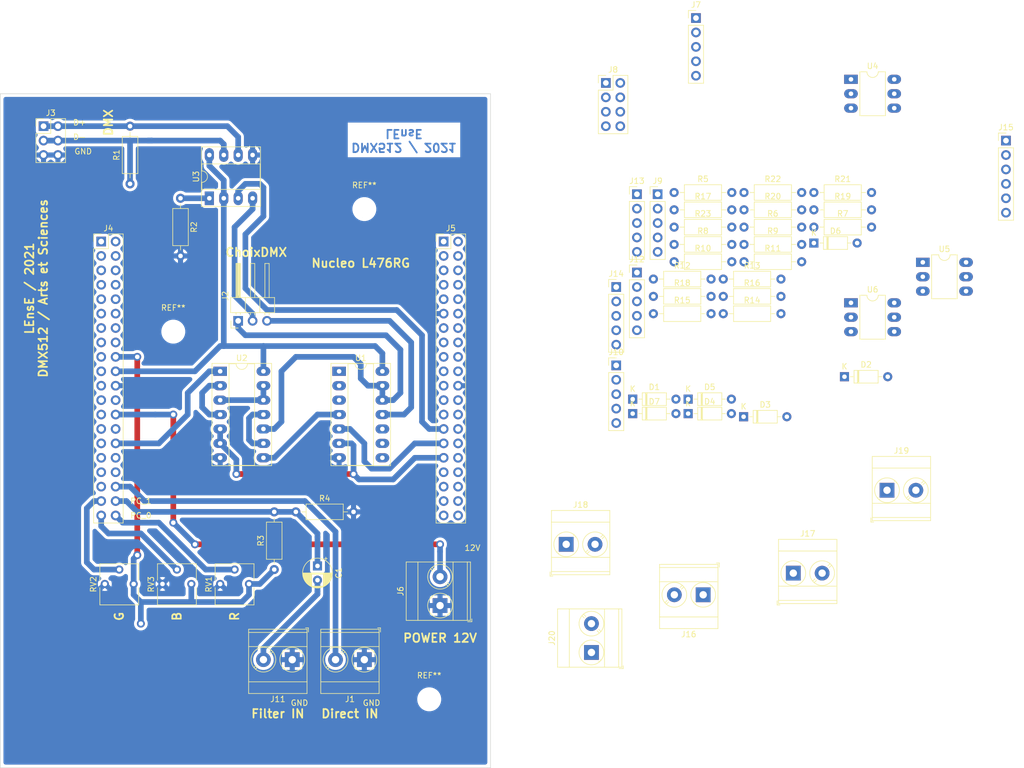
<source format=kicad_pcb>
(kicad_pcb (version 20171130) (host pcbnew "(5.0.1)-4")
  (layers (0 F.Cu signal) (31 B.Cu signal) (34 B.Paste user) (35 F.Paste user) (36 B.SilkS user) (37 F.SilkS user) (38 B.Mask user) (39 F.Mask user) (44 Edge.Cuts user))
  (net 0 "")
  (net 1 AnInB)
  (net 2 AnInG)
  (net 3 AnInR)
  (net 4 out_s)
  (net 5 start)
  (net 6 enable)
  (net 7 TX)
  (net 8 GND)
  (net 9 5V)
  (net 10 3.3V)
  (net 11 "Net-(J2-Pad3)")
  (net 12 DMX_TX)
  (net 13 "Net-(J2-Pad1)")
  (net 14 "Net-(J3-Pad3)")
  (net 15 "Net-(J3-Pad1)")
  (net 16 "Net-(R2-Pad1)")
  (net 17 notstart)
  (net 18 "Net-(U1-Pad4)")
  (net 19 "Net-(J4-Pad7)")
  (net 20 "Net-(J4-Pad8)")
  (net 21 "Net-(J4-Pad9)")
  (net 22 "Net-(J4-Pad10)")
  (net 23 "Net-(J4-Pad11)")
  (net 24 "Net-(J4-Pad12)")
  (net 25 "Net-(J4-Pad13)")
  (net 26 "Net-(J4-Pad14)")
  (net 27 "Net-(J4-Pad15)")
  (net 28 "Net-(J4-Pad16)")
  (net 29 "Net-(J4-Pad17)")
  (net 30 "Net-(J4-Pad19)")
  (net 31 "Net-(J4-Pad23)")
  (net 32 "Net-(J4-Pad25)")
  (net 33 "Net-(J4-Pad27)")
  (net 34 "Net-(J4-Pad28)")
  (net 35 "Net-(J4-Pad29)")
  (net 36 "Net-(J4-Pad32)")
  (net 37 "Net-(J4-Pad34)")
  (net 38 "Net-(J4-Pad35)")
  (net 39 "Net-(J5-Pad40)")
  (net 40 "Net-(J5-Pad39)")
  (net 41 "Net-(J5-Pad38)")
  (net 42 "Net-(J5-Pad37)")
  (net 43 "Net-(J5-Pad36)")
  (net 44 "Net-(J5-Pad34)")
  (net 45 "Net-(J5-Pad33)")
  (net 46 "Net-(J5-Pad23)")
  (net 47 "Net-(J5-Pad20)")
  (net 48 "Net-(J5-Pad19)")
  (net 49 "Net-(J5-Pad18)")
  (net 50 "Net-(J5-Pad16)")
  (net 51 "Net-(J5-Pad14)")
  (net 52 "Net-(J5-Pad12)")
  (net 53 "Net-(J5-Pad10)")
  (net 54 "Net-(J5-Pad9)")
  (net 55 "Net-(J5-Pad8)")
  (net 56 "Net-(J5-Pad7)")
  (net 57 "Net-(J5-Pad2)")
  (net 58 "Net-(J5-Pad1)")
  (net 59 Vinput)
  (net 60 "Net-(J5-Pad25)")
  (net 61 "Net-(U2-Pad11)")
  (net 62 "Net-(U2-Pad12)")
  (net 63 IRQ_nrF)
  (net 64 CE_nrF)
  (net 65 MOSI_nrF)
  (net 66 MISO_nrF)
  (net 67 SCK_nrF)
  (net 68 CSN_nrF)
  (net 69 "Net-(J5-Pad6)")
  (net 70 "Net-(J4-Pad21)")
  (net 71 "Net-(J4-Pad24)")
  (net 72 "Net-(J4-Pad1)")
  (net 73 "Net-(J4-Pad2)")
  (net 74 FilterIn_Adapt)
  (net 75 FilterIn)
  (net 76 "Net-(D1-Pad2)")
  (net 77 "Net-(D1-Pad1)")
  (net 78 "Net-(D2-Pad1)")
  (net 79 "Net-(D2-Pad2)")
  (net 80 DirectIn)
  (net 81 "Net-(D5-Pad1)")
  (net 82 "Net-(D5-Pad2)")
  (net 83 "Net-(J1-Pad2)")
  (net 84 MIDI2_OUT_TX)
  (net 85 MIDI2_IN_RX)
  (net 86 MIDI3_OUT_TX)
  (net 87 MIDI3_IN_RX)
  (net 88 "Net-(J4-Pad31)")
  (net 89 "Net-(J4-Pad33)")
  (net 90 MIDI1_IN_RX)
  (net 91 DIG_IN_1)
  (net 92 DIG_IN_2)
  (net 93 DIG_IN_3)
  (net 94 DIG_IN_4)
  (net 95 DIG_IN_5)
  (net 96 CS_SDCar)
  (net 97 "Net-(J7-Pad1)")
  (net 98 "Net-(J7-Pad2)")
  (net 99 "Net-(J9-Pad1)")
  (net 100 "Net-(J9-Pad2)")
  (net 101 "Net-(J9-Pad3)")
  (net 102 "Net-(J9-Pad5)")
  (net 103 "Net-(J10-Pad5)")
  (net 104 "Net-(J10-Pad3)")
  (net 105 "Net-(J10-Pad2)")
  (net 106 "Net-(J10-Pad1)")
  (net 107 "Net-(J11-Pad2)")
  (net 108 "Net-(J12-Pad1)")
  (net 109 "Net-(J12-Pad2)")
  (net 110 "Net-(J12-Pad4)")
  (net 111 "Net-(J12-Pad5)")
  (net 112 "Net-(J13-Pad5)")
  (net 113 "Net-(J13-Pad4)")
  (net 114 "Net-(J13-Pad2)")
  (net 115 "Net-(J13-Pad1)")
  (net 116 "Net-(J14-Pad1)")
  (net 117 "Net-(J14-Pad2)")
  (net 118 "Net-(J14-Pad4)")
  (net 119 "Net-(J14-Pad5)")
  (net 120 MIDI1_OUT_TX)
  (net 121 "Net-(U4-Pad3)")
  (net 122 "Net-(U4-Pad6)")
  (net 123 "Net-(U5-Pad3)")
  (net 124 "Net-(U5-Pad6)")
  (net 125 "Net-(U6-Pad6)")
  (net 126 "Net-(U6-Pad3)")
  (net 127 "Net-(J7-Pad3)")
  (net 128 "Net-(J7-Pad5)")
  (module Package_DIP:DIP-14_W7.62mm_Socket_LongPads (layer F.Cu) (at 132.08 85.725)
    (fp_text reference U1 (at 3.81 -2.33) (layer F.SilkS))
    (fp_text value 4011)
    (pad 14 thru_hole oval (at 7.62 0) (size 2.4 1.6) (drill 0.8) (layers *.Cu *.Mask) (net 9 5V))
    (pad 7 thru_hole oval (at 0 15.24) (size 2.4 1.6) (drill 0.8) (layers *.Cu *.Mask) (net 8 GND))
    (pad 13 thru_hole oval (at 7.62 2.54) (size 2.4 1.6) (drill 0.8) (layers *.Cu *.Mask) (net 13 "Net-(J2-Pad1)"))
    (pad 6 thru_hole oval (at 0 12.7) (size 2.4 1.6) (drill 0.8) (layers *.Cu *.Mask) (net 5 start))
    (pad 12 thru_hole oval (at 7.62 5.08) (size 2.4 1.6) (drill 0.8) (layers *.Cu *.Mask) (net 13 "Net-(J2-Pad1)"))
    (pad 5 thru_hole oval (at 0 10.16) (size 2.4 1.6) (drill 0.8) (layers *.Cu *.Mask) (net 4 out_s))
    (pad 11 thru_hole oval (at 7.62 7.62) (size 2.4 1.6) (drill 0.8) (layers *.Cu *.Mask) (net 11 "Net-(J2-Pad3)"))
    (pad 4 thru_hole oval (at 0 7.62) (size 2.4 1.6) (drill 0.8) (layers *.Cu *.Mask) (net 18 "Net-(U1-Pad4)"))
    (pad 10 thru_hole oval (at 7.62 10.16) (size 2.4 1.6) (drill 0.8) (layers *.Cu *.Mask))
    (pad 3 thru_hole oval (at 0 5.08) (size 2.4 1.6) (drill 0.8) (layers *.Cu *.Mask))
    (pad 9 thru_hole oval (at 7.62 12.7) (size 2.4 1.6) (drill 0.8) (layers *.Cu *.Mask))
    (pad 2 thru_hole oval (at 0 2.54) (size 2.4 1.6) (drill 0.8) (layers *.Cu *.Mask))
    (pad 8 thru_hole oval (at 7.62 15.24) (size 2.4 1.6) (drill 0.8) (layers *.Cu *.Mask))
    (pad 1 thru_hole rect (at 0 0) (size 2.4 1.6) (drill 0.8) (layers *.Cu *.Mask))
  )
  (module Connector_PinHeader_2.54mm:PinHeader_2x20_P2.54mm_Vertical (layer F.Cu) (at 90.17 62.865)
    (fp_text reference J4 (at 1.27 -2.33) (layer F.SilkS))
    (fp_text value MORPHO_G)
    (pad 1 thru_hole rect (at 0 0) (size 1.7 1.7) (drill 1) (layers *.Cu *.Mask) (net 72 "Net-(J4-Pad1)"))
    (pad 2 thru_hole oval (at 2.54 0) (size 1.7 1.7) (drill 1) (layers *.Cu *.Mask) (net 73 "Net-(J4-Pad2)"))
    (pad 3 thru_hole oval (at 0 2.54) (size 1.7 1.7) (drill 1) (layers *.Cu *.Mask) (net 84 MIDI2_OUT_TX))
    (pad 4 thru_hole oval (at 2.54 2.54) (size 1.7 1.7) (drill 1) (layers *.Cu *.Mask) (net 85 MIDI2_IN_RX))
    (pad 5 thru_hole oval (at 0 5.08) (size 1.7 1.7) (drill 1) (layers *.Cu *.Mask) (net 86 MIDI3_OUT_TX))
    (pad 6 thru_hole oval (at 2.54 5.08) (size 1.7 1.7) (drill 1) (layers *.Cu *.Mask) (net 87 MIDI3_IN_RX))
    (pad 7 thru_hole oval (at 0 7.62) (size 1.7 1.7) (drill 1) (layers *.Cu *.Mask) (net 19 "Net-(J4-Pad7)"))
    (pad 8 thru_hole oval (at 2.54 7.62) (size 1.7 1.7) (drill 1) (layers *.Cu *.Mask) (net 20 "Net-(J4-Pad8)"))
    (pad 9 thru_hole oval (at 0 10.16) (size 1.7 1.7) (drill 1) (layers *.Cu *.Mask) (net 21 "Net-(J4-Pad9)"))
    (pad 10 thru_hole oval (at 2.54 10.16) (size 1.7 1.7) (drill 1) (layers *.Cu *.Mask) (net 22 "Net-(J4-Pad10)"))
    (pad 11 thru_hole oval (at 0 12.7) (size 1.7 1.7) (drill 1) (layers *.Cu *.Mask) (net 23 "Net-(J4-Pad11)"))
    (pad 12 thru_hole oval (at 2.54 12.7) (size 1.7 1.7) (drill 1) (layers *.Cu *.Mask) (net 24 "Net-(J4-Pad12)"))
    (pad 13 thru_hole oval (at 0 15.24) (size 1.7 1.7) (drill 1) (layers *.Cu *.Mask) (net 25 "Net-(J4-Pad13)"))
    (pad 14 thru_hole oval (at 2.54 15.24) (size 1.7 1.7) (drill 1) (layers *.Cu *.Mask) (net 26 "Net-(J4-Pad14)"))
    (pad 15 thru_hole oval (at 0 17.78) (size 1.7 1.7) (drill 1) (layers *.Cu *.Mask) (net 27 "Net-(J4-Pad15)"))
    (pad 16 thru_hole oval (at 2.54 17.78) (size 1.7 1.7) (drill 1) (layers *.Cu *.Mask) (net 28 "Net-(J4-Pad16)"))
    (pad 17 thru_hole oval (at 0 20.32) (size 1.7 1.7) (drill 1) (layers *.Cu *.Mask) (net 29 "Net-(J4-Pad17)"))
    (pad 18 thru_hole oval (at 2.54 20.32) (size 1.7 1.7) (drill 1) (layers *.Cu *.Mask) (net 10 3.3V))
    (pad 19 thru_hole oval (at 0 22.86) (size 1.7 1.7) (drill 1) (layers *.Cu *.Mask) (net 30 "Net-(J4-Pad19)"))
    (pad 20 thru_hole oval (at 2.54 22.86) (size 1.7 1.7) (drill 1) (layers *.Cu *.Mask) (net 9 5V))
    (pad 21 thru_hole oval (at 0 25.4) (size 1.7 1.7) (drill 1) (layers *.Cu *.Mask) (net 70 "Net-(J4-Pad21)"))
    (pad 22 thru_hole oval (at 2.54 25.4) (size 1.7 1.7) (drill 1) (layers *.Cu *.Mask) (net 8 GND))
    (pad 23 thru_hole oval (at 0 27.94) (size 1.7 1.7) (drill 1) (layers *.Cu *.Mask) (net 31 "Net-(J4-Pad23)"))
    (pad 24 thru_hole oval (at 2.54 27.94) (size 1.7 1.7) (drill 1) (layers *.Cu *.Mask) (net 71 "Net-(J4-Pad24)"))
    (pad 25 thru_hole oval (at 0 30.48) (size 1.7 1.7) (drill 1) (layers *.Cu *.Mask) (net 32 "Net-(J4-Pad25)"))
    (pad 26 thru_hole oval (at 2.54 30.48) (size 1.7 1.7) (drill 1) (layers *.Cu *.Mask) (net 59 Vinput))
    (pad 27 thru_hole oval (at 0 33.02) (size 1.7 1.7) (drill 1) (layers *.Cu *.Mask) (net 33 "Net-(J4-Pad27)"))
    (pad 28 thru_hole oval (at 2.54 33.02) (size 1.7 1.7) (drill 1) (layers *.Cu *.Mask) (net 34 "Net-(J4-Pad28)"))
    (pad 29 thru_hole oval (at 0 35.56) (size 1.7 1.7) (drill 1) (layers *.Cu *.Mask) (net 35 "Net-(J4-Pad29)"))
    (pad 30 thru_hole oval (at 2.54 35.56) (size 1.7 1.7) (drill 1) (layers *.Cu *.Mask) (net 7 TX))
    (pad 31 thru_hole oval (at 0 38.1) (size 1.7 1.7) (drill 1) (layers *.Cu *.Mask) (net 88 "Net-(J4-Pad31)"))
    (pad 32 thru_hole oval (at 2.54 38.1) (size 1.7 1.7) (drill 1) (layers *.Cu *.Mask) (net 36 "Net-(J4-Pad32)"))
    (pad 33 thru_hole oval (at 0 40.64) (size 1.7 1.7) (drill 1) (layers *.Cu *.Mask) (net 89 "Net-(J4-Pad33)"))
    (pad 34 thru_hole oval (at 2.54 40.64) (size 1.7 1.7) (drill 1) (layers *.Cu *.Mask) (net 37 "Net-(J4-Pad34)"))
    (pad 35 thru_hole oval (at 0 43.18) (size 1.7 1.7) (drill 1) (layers *.Cu *.Mask) (net 38 "Net-(J4-Pad35)"))
    (pad 36 thru_hole oval (at 2.54 43.18) (size 1.7 1.7) (drill 1) (layers *.Cu *.Mask) (net 80 DirectIn))
    (pad 37 thru_hole oval (at 0 45.72) (size 1.7 1.7) (drill 1) (layers *.Cu *.Mask) (net 2 AnInG))
    (pad 38 thru_hole oval (at 2.54 45.72) (size 1.7 1.7) (drill 1) (layers *.Cu *.Mask) (net 74 FilterIn_Adapt))
    (pad 39 thru_hole oval (at 0 48.26) (size 1.7 1.7) (drill 1) (layers *.Cu *.Mask) (net 1 AnInB))
    (pad 40 thru_hole oval (at 2.54 48.26) (size 1.7 1.7) (drill 1) (layers *.Cu *.Mask) (net 3 AnInR))
  )
  (module Connector_PinHeader_2.54mm:PinHeader_2x20_P2.54mm_Vertical (layer F.Cu) (at 150.495 62.865)
    (fp_text reference J5 (at 1.27 -2.33) (layer F.SilkS))
    (fp_text value MORPHO_D)
    (pad 40 thru_hole oval (at 2.54 48.26) (size 1.7 1.7) (drill 1) (layers *.Cu *.Mask) (net 39 "Net-(J5-Pad40)"))
    (pad 39 thru_hole oval (at 0 48.26) (size 1.7 1.7) (drill 1) (layers *.Cu *.Mask) (net 40 "Net-(J5-Pad39)"))
    (pad 38 thru_hole oval (at 2.54 45.72) (size 1.7 1.7) (drill 1) (layers *.Cu *.Mask) (net 41 "Net-(J5-Pad38)"))
    (pad 37 thru_hole oval (at 0 45.72) (size 1.7 1.7) (drill 1) (layers *.Cu *.Mask) (net 42 "Net-(J5-Pad37)"))
    (pad 36 thru_hole oval (at 2.54 43.18) (size 1.7 1.7) (drill 1) (layers *.Cu *.Mask) (net 43 "Net-(J5-Pad36)"))
    (pad 35 thru_hole oval (at 0 43.18) (size 1.7 1.7) (drill 1) (layers *.Cu *.Mask) (net 90 MIDI1_IN_RX))
    (pad 34 thru_hole oval (at 2.54 40.64) (size 1.7 1.7) (drill 1) (layers *.Cu *.Mask) (net 44 "Net-(J5-Pad34)"))
    (pad 33 thru_hole oval (at 0 40.64) (size 1.7 1.7) (drill 1) (layers *.Cu *.Mask) (net 45 "Net-(J5-Pad33)"))
    (pad 32 thru_hole oval (at 2.54 38.1) (size 1.7 1.7) (drill 1) (layers *.Cu *.Mask) (net 91 DIG_IN_1))
    (pad 31 thru_hole oval (at 0 38.1) (size 1.7 1.7) (drill 1) (layers *.Cu *.Mask) (net 5 start))
    (pad 30 thru_hole oval (at 2.54 35.56) (size 1.7 1.7) (drill 1) (layers *.Cu *.Mask) (net 92 DIG_IN_2))
    (pad 29 thru_hole oval (at 0 35.56) (size 1.7 1.7) (drill 1) (layers *.Cu *.Mask) (net 4 out_s))
    (pad 28 thru_hole oval (at 2.54 33.02) (size 1.7 1.7) (drill 1) (layers *.Cu *.Mask) (net 93 DIG_IN_3))
    (pad 27 thru_hole oval (at 0 33.02) (size 1.7 1.7) (drill 1) (layers *.Cu *.Mask) (net 6 enable))
    (pad 26 thru_hole oval (at 2.54 30.48) (size 1.7 1.7) (drill 1) (layers *.Cu *.Mask) (net 94 DIG_IN_4))
    (pad 25 thru_hole oval (at 0 30.48) (size 1.7 1.7) (drill 1) (layers *.Cu *.Mask) (net 60 "Net-(J5-Pad25)"))
    (pad 24 thru_hole oval (at 2.54 27.94) (size 1.7 1.7) (drill 1) (layers *.Cu *.Mask) (net 95 DIG_IN_5))
    (pad 23 thru_hole oval (at 0 27.94) (size 1.7 1.7) (drill 1) (layers *.Cu *.Mask) (net 46 "Net-(J5-Pad23)"))
    (pad 22 thru_hole oval (at 2.54 25.4) (size 1.7 1.7) (drill 1) (layers *.Cu *.Mask) (net 8 GND))
    (pad 21 thru_hole oval (at 0 25.4) (size 1.7 1.7) (drill 1) (layers *.Cu *.Mask) (net 63 IRQ_nrF))
    (pad 20 thru_hole oval (at 2.54 22.86) (size 1.7 1.7) (drill 1) (layers *.Cu *.Mask) (net 47 "Net-(J5-Pad20)"))
    (pad 19 thru_hole oval (at 0 22.86) (size 1.7 1.7) (drill 1) (layers *.Cu *.Mask) (net 48 "Net-(J5-Pad19)"))
    (pad 18 thru_hole oval (at 2.54 20.32) (size 1.7 1.7) (drill 1) (layers *.Cu *.Mask) (net 49 "Net-(J5-Pad18)"))
    (pad 17 thru_hole oval (at 0 20.32) (size 1.7 1.7) (drill 1) (layers *.Cu *.Mask) (net 65 MOSI_nrF))
    (pad 16 thru_hole oval (at 2.54 17.78) (size 1.7 1.7) (drill 1) (layers *.Cu *.Mask) (net 50 "Net-(J5-Pad16)"))
    (pad 15 thru_hole oval (at 0 17.78) (size 1.7 1.7) (drill 1) (layers *.Cu *.Mask) (net 66 MISO_nrF))
    (pad 14 thru_hole oval (at 2.54 15.24) (size 1.7 1.7) (drill 1) (layers *.Cu *.Mask) (net 51 "Net-(J5-Pad14)"))
    (pad 13 thru_hole oval (at 0 15.24) (size 1.7 1.7) (drill 1) (layers *.Cu *.Mask) (net 67 SCK_nrF))
    (pad 12 thru_hole oval (at 2.54 12.7) (size 1.7 1.7) (drill 1) (layers *.Cu *.Mask) (net 52 "Net-(J5-Pad12)"))
    (pad 11 thru_hole oval (at 0 12.7) (size 1.7 1.7) (drill 1) (layers *.Cu *.Mask) (net 8 GND))
    (pad 10 thru_hole oval (at 2.54 10.16) (size 1.7 1.7) (drill 1) (layers *.Cu *.Mask) (net 53 "Net-(J5-Pad10)"))
    (pad 9 thru_hole oval (at 0 10.16) (size 1.7 1.7) (drill 1) (layers *.Cu *.Mask) (net 54 "Net-(J5-Pad9)"))
    (pad 8 thru_hole oval (at 2.54 7.62) (size 1.7 1.7) (drill 1) (layers *.Cu *.Mask) (net 55 "Net-(J5-Pad8)"))
    (pad 7 thru_hole oval (at 0 7.62) (size 1.7 1.7) (drill 1) (layers *.Cu *.Mask) (net 56 "Net-(J5-Pad7)"))
    (pad 6 thru_hole oval (at 2.54 5.08) (size 1.7 1.7) (drill 1) (layers *.Cu *.Mask) (net 69 "Net-(J5-Pad6)"))
    (pad 5 thru_hole oval (at 0 5.08) (size 1.7 1.7) (drill 1) (layers *.Cu *.Mask) (net 96 CS_SDCar))
    (pad 4 thru_hole oval (at 2.54 2.54) (size 1.7 1.7) (drill 1) (layers *.Cu *.Mask) (net 68 CSN_nrF))
    (pad 3 thru_hole oval (at 0 2.54) (size 1.7 1.7) (drill 1) (layers *.Cu *.Mask) (net 64 CE_nrF))
    (pad 2 thru_hole oval (at 2.54 0) (size 1.7 1.7) (drill 1) (layers *.Cu *.Mask) (net 57 "Net-(J5-Pad2)"))
    (pad 1 thru_hole rect (at 0 0) (size 1.7 1.7) (drill 1) (layers *.Cu *.Mask) (net 58 "Net-(J5-Pad1)"))
  )
  (module Connector_PinHeader_2.54mm:PinHeader_2x03_P2.54mm_Vertical (layer F.Cu) (at 80.01 42.545)
    (fp_text reference J3 (at 1.27 -2.33) (layer F.SilkS))
    (fp_text value To_Dmx)
    (pad 1 thru_hole rect (at 0 0) (size 1.7 1.7) (drill 1) (layers *.Cu *.Mask) (net 15 "Net-(J3-Pad1)"))
    (pad 2 thru_hole oval (at 2.54 0) (size 1.7 1.7) (drill 1) (layers *.Cu *.Mask) (net 15 "Net-(J3-Pad1)"))
    (pad 3 thru_hole oval (at 0 2.54) (size 1.7 1.7) (drill 1) (layers *.Cu *.Mask) (net 14 "Net-(J3-Pad3)"))
    (pad 4 thru_hole oval (at 2.54 2.54) (size 1.7 1.7) (drill 1) (layers *.Cu *.Mask) (net 14 "Net-(J3-Pad3)"))
    (pad 5 thru_hole oval (at 0 5.08) (size 1.7 1.7) (drill 1) (layers *.Cu *.Mask) (net 8 GND))
    (pad 6 thru_hole oval (at 2.54 5.08) (size 1.7 1.7) (drill 1) (layers *.Cu *.Mask) (net 8 GND))
  )
  (module Potentiometer_THT:Potentiometer_Vishay_T73YP_Vertical (layer F.Cu) (at 116.205 123.19 90)
    (fp_text reference RV1 (at -0.06 -7.09 90) (layer F.SilkS))
    (fp_text value PotR)
    (pad 1 thru_hole circle (at 0 0 90) (size 1.44 1.44) (drill 0.8) (layers *.Cu *.Mask) (net 10 3.3V))
    (pad 2 thru_hole circle (at 2.54 -2.54 90) (size 1.44 1.44) (drill 0.8) (layers *.Cu *.Mask) (net 3 AnInR))
    (pad 3 thru_hole circle (at 0 -5.08 90) (size 1.44 1.44) (drill 0.8) (layers *.Cu *.Mask) (net 8 GND))
  )
  (module Potentiometer_THT:Potentiometer_Vishay_T73YP_Vertical (layer F.Cu) (at 95.885 123.19 90)
    (fp_text reference RV2 (at -0.06 -7.09 90) (layer F.SilkS))
    (fp_text value PotG)
    (pad 3 thru_hole circle (at 0 -5.08 90) (size 1.44 1.44) (drill 0.8) (layers *.Cu *.Mask) (net 8 GND))
    (pad 2 thru_hole circle (at 2.54 -2.54 90) (size 1.44 1.44) (drill 0.8) (layers *.Cu *.Mask) (net 2 AnInG))
    (pad 1 thru_hole circle (at 0 0 90) (size 1.44 1.44) (drill 0.8) (layers *.Cu *.Mask) (net 10 3.3V))
  )
  (module Potentiometer_THT:Potentiometer_Vishay_T73YP_Vertical (layer F.Cu) (at 106.045 123.19 90)
    (fp_text reference RV3 (at -0.06 -7.09 90) (layer F.SilkS))
    (fp_text value PotB)
    (pad 3 thru_hole circle (at 0 -5.08 90) (size 1.44 1.44) (drill 0.8) (layers *.Cu *.Mask) (net 8 GND))
    (pad 2 thru_hole circle (at 2.54 -2.54 90) (size 1.44 1.44) (drill 0.8) (layers *.Cu *.Mask) (net 1 AnInB))
    (pad 1 thru_hole circle (at 0 0 90) (size 1.44 1.44) (drill 0.8) (layers *.Cu *.Mask) (net 10 3.3V))
  )
  (module Package_DIP:DIP-8_W7.62mm_Socket_LongPads (layer F.Cu) (at 109.22 55.245 90)
    (fp_text reference U3 (at 3.81 -2.33 90) (layer F.SilkS))
    (fp_text value MAX485)
    (pad 1 thru_hole rect (at 0 0 90) (size 2.4 1.6) (drill 0.8) (layers *.Cu *.Mask) (net 16 "Net-(R2-Pad1)"))
    (pad 5 thru_hole oval (at 7.62 7.62 90) (size 2.4 1.6) (drill 0.8) (layers *.Cu *.Mask) (net 8 GND))
    (pad 2 thru_hole oval (at 0 2.54 90) (size 2.4 1.6) (drill 0.8) (layers *.Cu *.Mask) (net 9 5V))
    (pad 6 thru_hole oval (at 7.62 5.08 90) (size 2.4 1.6) (drill 0.8) (layers *.Cu *.Mask) (net 15 "Net-(J3-Pad1)"))
    (pad 3 thru_hole oval (at 0 5.08 90) (size 2.4 1.6) (drill 0.8) (layers *.Cu *.Mask) (net 6 enable))
    (pad 7 thru_hole oval (at 7.62 2.54 90) (size 2.4 1.6) (drill 0.8) (layers *.Cu *.Mask) (net 14 "Net-(J3-Pad3)"))
    (pad 4 thru_hole oval (at 0 7.62 90) (size 2.4 1.6) (drill 0.8) (layers *.Cu *.Mask) (net 12 DMX_TX))
    (pad 8 thru_hole oval (at 7.62 0 90) (size 2.4 1.6) (drill 0.8) (layers *.Cu *.Mask) (net 9 5V))
  )
  (module Connector_PinHeader_2.54mm:PinHeader_1x03_P2.54mm_Horizontal (layer F.Cu) (at 114.3 76.835 90)
    (fp_text reference J2 (at 4.385 -2.27 90) (layer F.SilkS))
    (fp_text value ChoixDMX)
    (pad 1 thru_hole rect (at 0 0 90) (size 1.7 1.7) (drill 1) (layers *.Cu *.Mask) (net 13 "Net-(J2-Pad1)"))
    (pad 2 thru_hole oval (at 0 2.54 90) (size 1.7 1.7) (drill 1) (layers *.Cu *.Mask) (net 12 DMX_TX))
    (pad 3 thru_hole oval (at 0 5.08 90) (size 1.7 1.7) (drill 1) (layers *.Cu *.Mask) (net 11 "Net-(J2-Pad3)"))
  )
  (module Package_DIP:DIP-14_W7.62mm_Socket_LongPads (layer F.Cu) (at 111.125 85.725)
    (fp_text reference U2 (at 3.81 -2.33) (layer F.SilkS))
    (fp_text value 4011)
    (pad 1 thru_hole rect (at 0 0) (size 2.4 1.6) (drill 0.8) (layers *.Cu *.Mask) (net 7 TX))
    (pad 8 thru_hole oval (at 7.62 15.24) (size 2.4 1.6) (drill 0.8) (layers *.Cu *.Mask) (net 18 "Net-(U1-Pad4)"))
    (pad 2 thru_hole oval (at 0 2.54) (size 2.4 1.6) (drill 0.8) (layers *.Cu *.Mask) (net 17 notstart))
    (pad 9 thru_hole oval (at 7.62 12.7) (size 2.4 1.6) (drill 0.8) (layers *.Cu *.Mask) (net 61 "Net-(U2-Pad11)"))
    (pad 3 thru_hole oval (at 0 5.08) (size 2.4 1.6) (drill 0.8) (layers *.Cu *.Mask) (net 62 "Net-(U2-Pad12)"))
    (pad 10 thru_hole oval (at 7.62 10.16) (size 2.4 1.6) (drill 0.8) (layers *.Cu *.Mask) (net 13 "Net-(J2-Pad1)"))
    (pad 4 thru_hole oval (at 0 7.62) (size 2.4 1.6) (drill 0.8) (layers *.Cu *.Mask) (net 17 notstart))
    (pad 11 thru_hole oval (at 7.62 7.62) (size 2.4 1.6) (drill 0.8) (layers *.Cu *.Mask) (net 61 "Net-(U2-Pad11)"))
    (pad 5 thru_hole oval (at 0 10.16) (size 2.4 1.6) (drill 0.8) (layers *.Cu *.Mask) (net 5 start))
    (pad 12 thru_hole oval (at 7.62 5.08) (size 2.4 1.6) (drill 0.8) (layers *.Cu *.Mask) (net 62 "Net-(U2-Pad12)"))
    (pad 6 thru_hole oval (at 0 12.7) (size 2.4 1.6) (drill 0.8) (layers *.Cu *.Mask) (net 5 start))
    (pad 13 thru_hole oval (at 7.62 2.54) (size 2.4 1.6) (drill 0.8) (layers *.Cu *.Mask) (net 62 "Net-(U2-Pad12)"))
    (pad 7 thru_hole oval (at 0 15.24) (size 2.4 1.6) (drill 0.8) (layers *.Cu *.Mask) (net 8 GND))
    (pad 14 thru_hole oval (at 7.62 0) (size 2.4 1.6) (drill 0.8) (layers *.Cu *.Mask) (net 9 5V))
  )
  (module Resistor_THT:R_Axial_DIN0207_L6.3mm_D2.5mm_P10.16mm_Horizontal (layer F.Cu) (at 120.65 120.65 90)
    (fp_text reference R3 (at 5.08 -2.37 90) (layer F.SilkS))
    (fp_text value 10k)
    (pad 2 thru_hole oval (at 10.16 0 90) (size 1.6 1.6) (drill 0.8) (layers *.Cu *.Mask) (net 74 FilterIn_Adapt))
    (pad 1 thru_hole circle (at 0 0 90) (size 1.6 1.6) (drill 0.8) (layers *.Cu *.Mask) (net 10 3.3V))
  )
  (module Resistor_THT:R_Axial_DIN0207_L6.3mm_D2.5mm_P10.16mm_Horizontal (layer F.Cu) (at 124.46 110.49)
    (fp_text reference R4 (at 5.08 -2.37 180) (layer F.SilkS))
    (fp_text value 10k)
    (pad 1 thru_hole circle (at 0 0) (size 1.6 1.6) (drill 0.8) (layers *.Cu *.Mask) (net 74 FilterIn_Adapt))
    (pad 2 thru_hole oval (at 10.16 0) (size 1.6 1.6) (drill 0.8) (layers *.Cu *.Mask) (net 8 GND))
  )
  (module Capacitor_THT:CP_Radial_D5.0mm_P2.50mm (layer F.Cu) (at 128.27 120.015 270)
    (fp_text reference C1 (at 1.25 -3.75 270) (layer F.SilkS))
    (fp_text value 10uF)
    (pad 1 thru_hole rect (at 0 0 270) (size 1.6 1.6) (drill 0.8) (layers *.Cu *.Mask) (net 74 FilterIn_Adapt))
    (pad 2 thru_hole circle (at 2.5 0 270) (size 1.6 1.6) (drill 0.8) (layers *.Cu *.Mask) (net 75 FilterIn))
  )
  (module MountingHole:MountingHole_3.2mm_M3 (layer F.Cu) (at 136.525 57.15)
    (fp_text reference REF** (at 0 -4.2) (layer F.SilkS))
    (fp_text value MountingHole_3.2mm_M3)
    (pad 1 np_thru_hole circle (at 0 0) (size 3.2 3.2) (drill 3.2) (layers *.Cu *.Mask))
  )
  (module MountingHole:MountingHole_3.2mm_M3 (layer F.Cu) (at 147.955 143.51)
    (fp_text reference REF** (at 0 -4.2) (layer F.SilkS))
    (fp_text value MountingHole_3.2mm_M3)
    (pad 1 np_thru_hole circle (at 0 0) (size 3.2 3.2) (drill 3.2) (layers *.Cu *.Mask))
  )
  (module MountingHole:MountingHole_3.2mm_M3 (layer F.Cu) (at 102.87 78.74)
    (fp_text reference REF** (at 0 -4.2) (layer F.SilkS))
    (fp_text value MountingHole_3.2mm_M3)
    (pad 1 np_thru_hole circle (at 0 0) (size 3.2 3.2) (drill 3.2) (layers *.Cu *.Mask))
  )
  (module Resistor_THT:R_Axial_DIN0207_L6.3mm_D2.5mm_P10.16mm_Horizontal (layer F.Cu) (at 95.25 52.705 90)
    (fp_text reference R1 (at 5.08 -2.37 90) (layer F.SilkS))
    (fp_text value 120)
    (pad 2 thru_hole oval (at 10.16 0 90) (size 1.6 1.6) (drill 0.8) (layers *.Cu *.Mask) (net 15 "Net-(J3-Pad1)"))
    (pad 1 thru_hole circle (at 0 0 90) (size 1.6 1.6) (drill 0.8) (layers *.Cu *.Mask) (net 14 "Net-(J3-Pad3)"))
  )
  (module Resistor_THT:R_Axial_DIN0207_L6.3mm_D2.5mm_P10.16mm_Horizontal (layer F.Cu) (at 104.14 55.245 270)
    (fp_text reference R2 (at 5.08 -2.37 90) (layer F.SilkS))
    (fp_text value 120)
    (pad 1 thru_hole circle (at 0 0 270) (size 1.6 1.6) (drill 0.8) (layers *.Cu *.Mask) (net 16 "Net-(R2-Pad1)"))
    (pad 2 thru_hole oval (at 10.16 0 270) (size 1.6 1.6) (drill 0.8) (layers *.Cu *.Mask) (net 8 GND))
  )
  (module Diode_THT:D_DO-35_SOD27_P7.62mm_Horizontal (layer F.Cu) (at 183.795001 90.630001)
    (fp_text reference D1 (at 3.81 -2.12) (layer F.SilkS))
    (fp_text value 1N4148)
    (fp_text user K (at 0 -1.8) (layer F.SilkS))
    (pad 2 thru_hole oval (at 7.62 0) (size 1.6 1.6) (drill 0.8) (layers *.Cu *.Mask) (net 76 "Net-(D1-Pad2)"))
    (pad 1 thru_hole rect (at 0 0) (size 1.6 1.6) (drill 0.8) (layers *.Cu *.Mask) (net 77 "Net-(D1-Pad1)"))
  )
  (module Diode_THT:D_DO-35_SOD27_P7.62mm_Horizontal (layer F.Cu) (at 221.105001 86.680001)
    (fp_text reference D2 (at 3.81 -2.12) (layer F.SilkS))
    (fp_text value 1N4148)
    (fp_text user K (at 0 -1.8) (layer F.SilkS))
    (pad 1 thru_hole rect (at 0 0) (size 1.6 1.6) (drill 0.8) (layers *.Cu *.Mask) (net 78 "Net-(D2-Pad1)"))
    (pad 2 thru_hole oval (at 7.62 0) (size 1.6 1.6) (drill 0.8) (layers *.Cu *.Mask) (net 79 "Net-(D2-Pad2)"))
  )
  (module Diode_THT:D_DO-35_SOD27_P7.62mm_Horizontal (layer F.Cu) (at 203.335001 93.730001)
    (fp_text reference D3 (at 3.81 -2.12) (layer F.SilkS))
    (fp_text value 1N4148)
    (fp_text user K (at 0 -1.8) (layer F.SilkS))
    (pad 2 thru_hole oval (at 7.62 0) (size 1.6 1.6) (drill 0.8) (layers *.Cu *.Mask) (net 80 DirectIn))
    (pad 1 thru_hole rect (at 0 0) (size 1.6 1.6) (drill 0.8) (layers *.Cu *.Mask) (net 10 3.3V))
  )
  (module Diode_THT:D_DO-35_SOD27_P7.62mm_Horizontal (layer F.Cu) (at 193.565001 93.180001)
    (fp_text reference D4 (at 3.81 -2.12) (layer F.SilkS))
    (fp_text value 1N4148)
    (fp_text user K (at 0 -1.8) (layer F.SilkS))
    (pad 1 thru_hole rect (at 0 0) (size 1.6 1.6) (drill 0.8) (layers *.Cu *.Mask) (net 80 DirectIn))
    (pad 2 thru_hole oval (at 7.62 0) (size 1.6 1.6) (drill 0.8) (layers *.Cu *.Mask) (net 8 GND))
  )
  (module Diode_THT:D_DO-35_SOD27_P7.62mm_Horizontal (layer F.Cu) (at 193.565001 90.630001)
    (fp_text reference D5 (at 3.81 -2.12) (layer F.SilkS))
    (fp_text value 1N4148)
    (fp_text user K (at 0 -1.8) (layer F.SilkS))
    (pad 1 thru_hole rect (at 0 0) (size 1.6 1.6) (drill 0.8) (layers *.Cu *.Mask) (net 81 "Net-(D5-Pad1)"))
    (pad 2 thru_hole oval (at 7.62 0) (size 1.6 1.6) (drill 0.8) (layers *.Cu *.Mask) (net 82 "Net-(D5-Pad2)"))
  )
  (module Diode_THT:D_DO-35_SOD27_P7.62mm_Horizontal (layer F.Cu) (at 215.715001 63.130001)
    (fp_text reference D6 (at 3.81 -2.12) (layer F.SilkS))
    (fp_text value 1N4148)
    (fp_text user K (at 0 -1.8) (layer F.SilkS))
    (pad 2 thru_hole oval (at 7.62 0) (size 1.6 1.6) (drill 0.8) (layers *.Cu *.Mask) (net 75 FilterIn))
    (pad 1 thru_hole rect (at 0 0) (size 1.6 1.6) (drill 0.8) (layers *.Cu *.Mask) (net 10 3.3V))
  )
  (module Diode_THT:D_DO-35_SOD27_P7.62mm_Horizontal (layer F.Cu) (at 183.795001 93.180001)
    (fp_text reference D7 (at 3.81 -2.12) (layer F.SilkS))
    (fp_text value 1N4148)
    (fp_text user K (at 0 -1.8) (layer F.SilkS))
    (pad 1 thru_hole rect (at 0 0) (size 1.6 1.6) (drill 0.8) (layers *.Cu *.Mask) (net 75 FilterIn))
    (pad 2 thru_hole oval (at 7.62 0) (size 1.6 1.6) (drill 0.8) (layers *.Cu *.Mask) (net 8 GND))
  )
  (module Connector_PinHeader_2.54mm:PinHeader_2x04_P2.54mm_Vertical (layer F.Cu) (at 179.07 34.925)
    (fp_text reference J8 (at 1.27 -2.33) (layer F.SilkS))
    (fp_text value Conn_02x04_Odd_Even)
    (pad 1 thru_hole rect (at 0 0) (size 1.7 1.7) (drill 1) (layers *.Cu *.Mask) (net 8 GND))
    (pad 2 thru_hole oval (at 2.54 0) (size 1.7 1.7) (drill 1) (layers *.Cu *.Mask) (net 10 3.3V))
    (pad 3 thru_hole oval (at 0 2.54) (size 1.7 1.7) (drill 1) (layers *.Cu *.Mask) (net 64 CE_nrF))
    (pad 4 thru_hole oval (at 2.54 2.54) (size 1.7 1.7) (drill 1) (layers *.Cu *.Mask) (net 68 CSN_nrF))
    (pad 5 thru_hole oval (at 0 5.08) (size 1.7 1.7) (drill 1) (layers *.Cu *.Mask) (net 67 SCK_nrF))
    (pad 6 thru_hole oval (at 2.54 5.08) (size 1.7 1.7) (drill 1) (layers *.Cu *.Mask) (net 65 MOSI_nrF))
    (pad 7 thru_hole oval (at 0 7.62) (size 1.7 1.7) (drill 1) (layers *.Cu *.Mask) (net 66 MISO_nrF))
    (pad 8 thru_hole oval (at 2.54 7.62) (size 1.7 1.7) (drill 1) (layers *.Cu *.Mask) (net 63 IRQ_nrF))
  )
  (module Connector_PinHeader_2.54mm:PinHeader_1x05_P2.54mm_Vertical (layer F.Cu) (at 188.195001 54.530001)
    (fp_text reference J9 (at 0 -2.33) (layer F.SilkS))
    (fp_text value DIN-5)
    (pad 1 thru_hole rect (at 0 0) (size 1.7 1.7) (drill 1) (layers *.Cu *.Mask) (net 99 "Net-(J9-Pad1)"))
    (pad 2 thru_hole oval (at 0 2.54) (size 1.7 1.7) (drill 1) (layers *.Cu *.Mask) (net 100 "Net-(J9-Pad2)"))
    (pad 3 thru_hole oval (at 0 5.08) (size 1.7 1.7) (drill 1) (layers *.Cu *.Mask) (net 101 "Net-(J9-Pad3)"))
    (pad 4 thru_hole oval (at 0 7.62) (size 1.7 1.7) (drill 1) (layers *.Cu *.Mask) (net 79 "Net-(D2-Pad2)"))
    (pad 5 thru_hole oval (at 0 10.16) (size 1.7 1.7) (drill 1) (layers *.Cu *.Mask) (net 102 "Net-(J9-Pad5)"))
  )
  (module Connector_PinHeader_2.54mm:PinHeader_1x05_P2.54mm_Vertical (layer F.Cu) (at 180.895001 84.680001)
    (fp_text reference J10 (at 0 -2.33) (layer F.SilkS))
    (fp_text value DIN-5)
    (pad 5 thru_hole oval (at 0 10.16) (size 1.7 1.7) (drill 1) (layers *.Cu *.Mask) (net 103 "Net-(J10-Pad5)"))
    (pad 4 thru_hole oval (at 0 7.62) (size 1.7 1.7) (drill 1) (layers *.Cu *.Mask) (net 82 "Net-(D5-Pad2)"))
    (pad 3 thru_hole oval (at 0 5.08) (size 1.7 1.7) (drill 1) (layers *.Cu *.Mask) (net 104 "Net-(J10-Pad3)"))
    (pad 2 thru_hole oval (at 0 2.54) (size 1.7 1.7) (drill 1) (layers *.Cu *.Mask) (net 105 "Net-(J10-Pad2)"))
    (pad 1 thru_hole rect (at 0 0) (size 1.7 1.7) (drill 1) (layers *.Cu *.Mask) (net 106 "Net-(J10-Pad1)"))
  )
  (module TerminalBlock_Phoenix:TerminalBlock_Phoenix_MKDS-3-2-5.08_1x02_P5.08mm_Horizontal (layer F.Cu) (at 123.825 136.525 180)
    (fp_text reference J11 (at 2.54 -6.96 180) (layer F.SilkS))
    (fp_text value FilterIn)
    (pad 2 thru_hole circle (at 5.08 0 180) (size 2.6 2.6) (drill 1.3) (layers *.Cu *.Mask) (net 107 "Net-(J11-Pad2)"))
    (pad 1 thru_hole rect (at 0 0 180) (size 2.6 2.6) (drill 1.3) (layers *.Cu *.Mask) (net 8 GND))
  )
  (module Connector_PinHeader_2.54mm:PinHeader_1x05_P2.54mm_Vertical (layer F.Cu) (at 184.545001 68.330001)
    (fp_text reference J12 (at 0 -2.33) (layer F.SilkS))
    (fp_text value DIN-5)
    (pad 1 thru_hole rect (at 0 0) (size 1.7 1.7) (drill 1) (layers *.Cu *.Mask) (net 108 "Net-(J12-Pad1)"))
    (pad 2 thru_hole oval (at 0 2.54) (size 1.7 1.7) (drill 1) (layers *.Cu *.Mask) (net 109 "Net-(J12-Pad2)"))
    (pad 3 thru_hole oval (at 0 5.08) (size 1.7 1.7) (drill 1) (layers *.Cu *.Mask) (net 8 GND))
    (pad 4 thru_hole oval (at 0 7.62) (size 1.7 1.7) (drill 1) (layers *.Cu *.Mask) (net 110 "Net-(J12-Pad4)"))
    (pad 5 thru_hole oval (at 0 10.16) (size 1.7 1.7) (drill 1) (layers *.Cu *.Mask) (net 111 "Net-(J12-Pad5)"))
  )
  (module Connector_PinHeader_2.54mm:PinHeader_1x05_P2.54mm_Vertical (layer F.Cu) (at 184.545001 54.530001)
    (fp_text reference J13 (at 0 -2.33) (layer F.SilkS))
    (fp_text value DIN-5)
    (pad 5 thru_hole oval (at 0 10.16) (size 1.7 1.7) (drill 1) (layers *.Cu *.Mask) (net 112 "Net-(J13-Pad5)"))
    (pad 4 thru_hole oval (at 0 7.62) (size 1.7 1.7) (drill 1) (layers *.Cu *.Mask) (net 113 "Net-(J13-Pad4)"))
    (pad 3 thru_hole oval (at 0 5.08) (size 1.7 1.7) (drill 1) (layers *.Cu *.Mask) (net 8 GND))
    (pad 2 thru_hole oval (at 0 2.54) (size 1.7 1.7) (drill 1) (layers *.Cu *.Mask) (net 114 "Net-(J13-Pad2)"))
    (pad 1 thru_hole rect (at 0 0) (size 1.7 1.7) (drill 1) (layers *.Cu *.Mask) (net 115 "Net-(J13-Pad1)"))
  )
  (module Connector_PinHeader_2.54mm:PinHeader_1x05_P2.54mm_Vertical (layer F.Cu) (at 180.895001 70.880001)
    (fp_text reference J14 (at 0 -2.33) (layer F.SilkS))
    (fp_text value DIN-5)
    (pad 1 thru_hole rect (at 0 0) (size 1.7 1.7) (drill 1) (layers *.Cu *.Mask) (net 116 "Net-(J14-Pad1)"))
    (pad 2 thru_hole oval (at 0 2.54) (size 1.7 1.7) (drill 1) (layers *.Cu *.Mask) (net 117 "Net-(J14-Pad2)"))
    (pad 3 thru_hole oval (at 0 5.08) (size 1.7 1.7) (drill 1) (layers *.Cu *.Mask) (net 8 GND))
    (pad 4 thru_hole oval (at 0 7.62) (size 1.7 1.7) (drill 1) (layers *.Cu *.Mask) (net 118 "Net-(J14-Pad4)"))
    (pad 5 thru_hole oval (at 0 10.16) (size 1.7 1.7) (drill 1) (layers *.Cu *.Mask) (net 119 "Net-(J14-Pad5)"))
  )
  (module Connector_PinHeader_2.54mm:PinHeader_1x06_P2.54mm_Vertical (layer F.Cu) (at 249.555 45.085)
    (fp_text reference J15 (at 0 -2.33) (layer F.SilkS))
    (fp_text value SD_Card)
    (pad 1 thru_hole rect (at 0 0) (size 1.7 1.7) (drill 1) (layers *.Cu *.Mask) (net 8 GND))
    (pad 2 thru_hole oval (at 0 2.54) (size 1.7 1.7) (drill 1) (layers *.Cu *.Mask) (net 9 5V))
    (pad 3 thru_hole oval (at 0 5.08) (size 1.7 1.7) (drill 1) (layers *.Cu *.Mask) (net 66 MISO_nrF))
    (pad 4 thru_hole oval (at 0 7.62) (size 1.7 1.7) (drill 1) (layers *.Cu *.Mask) (net 65 MOSI_nrF))
    (pad 5 thru_hole oval (at 0 10.16) (size 1.7 1.7) (drill 1) (layers *.Cu *.Mask) (net 67 SCK_nrF))
    (pad 6 thru_hole oval (at 0 12.7) (size 1.7 1.7) (drill 1) (layers *.Cu *.Mask) (net 96 CS_SDCar))
  )
  (module TerminalBlock_Phoenix:TerminalBlock_Phoenix_MKDS-3-2-5.08_1x02_P5.08mm_Horizontal (layer F.Cu) (at 196.215 125.095 180)
    (fp_text reference J16 (at 2.54 -6.96 180) (layer F.SilkS))
    (fp_text value Power)
    (pad 1 thru_hole rect (at 0 0 180) (size 2.6 2.6) (drill 1.3) (layers *.Cu *.Mask) (net 10 3.3V))
    (pad 2 thru_hole circle (at 5.08 0 180) (size 2.6 2.6) (drill 1.3) (layers *.Cu *.Mask) (net 91 DIG_IN_1))
  )
  (module TerminalBlock_Phoenix:TerminalBlock_Phoenix_MKDS-3-2-5.08_1x02_P5.08mm_Horizontal (layer F.Cu) (at 212.09 121.285)
    (fp_text reference J17 (at 2.54 -6.96) (layer F.SilkS))
    (fp_text value Power)
    (pad 1 thru_hole rect (at 0 0) (size 2.6 2.6) (drill 1.3) (layers *.Cu *.Mask) (net 10 3.3V))
    (pad 2 thru_hole circle (at 5.08 0) (size 2.6 2.6) (drill 1.3) (layers *.Cu *.Mask) (net 92 DIG_IN_2))
  )
  (module TerminalBlock_Phoenix:TerminalBlock_Phoenix_MKDS-3-2-5.08_1x02_P5.08mm_Horizontal (layer F.Cu) (at 172.085 116.205)
    (fp_text reference J18 (at 2.54 -6.96) (layer F.SilkS))
    (fp_text value Power)
    (pad 1 thru_hole rect (at 0 0) (size 2.6 2.6) (drill 1.3) (layers *.Cu *.Mask) (net 10 3.3V))
    (pad 2 thru_hole circle (at 5.08 0) (size 2.6 2.6) (drill 1.3) (layers *.Cu *.Mask) (net 94 DIG_IN_4))
  )
  (module TerminalBlock_Phoenix:TerminalBlock_Phoenix_MKDS-3-2-5.08_1x02_P5.08mm_Horizontal (layer F.Cu) (at 228.6 106.68)
    (fp_text reference J19 (at 2.54 -6.96) (layer F.SilkS))
    (fp_text value Power)
    (pad 2 thru_hole circle (at 5.08 0) (size 2.6 2.6) (drill 1.3) (layers *.Cu *.Mask) (net 93 DIG_IN_3))
    (pad 1 thru_hole rect (at 0 0) (size 2.6 2.6) (drill 1.3) (layers *.Cu *.Mask) (net 10 3.3V))
  )
  (module TerminalBlock_Phoenix:TerminalBlock_Phoenix_MKDS-3-2-5.08_1x02_P5.08mm_Horizontal (layer F.Cu) (at 176.53 135.255 90)
    (fp_text reference J20 (at 2.54 -6.96 90) (layer F.SilkS))
    (fp_text value Power)
    (pad 2 thru_hole circle (at 5.08 0 90) (size 2.6 2.6) (drill 1.3) (layers *.Cu *.Mask) (net 95 DIG_IN_5))
    (pad 1 thru_hole rect (at 0 0 90) (size 2.6 2.6) (drill 1.3) (layers *.Cu *.Mask) (net 10 3.3V))
  )
  (module Resistor_THT:R_Axial_DIN0207_L6.3mm_D2.5mm_P10.16mm_Horizontal (layer F.Cu) (at 191.095001 54.230001)
    (fp_text reference R5 (at 5.08 -2.37) (layer F.SilkS))
    (fp_text value 220)
    (pad 1 thru_hole circle (at 0 0) (size 1.6 1.6) (drill 0.8) (layers *.Cu *.Mask) (net 77 "Net-(D1-Pad1)"))
    (pad 2 thru_hole oval (at 10.16 0) (size 1.6 1.6) (drill 0.8) (layers *.Cu *.Mask) (net 98 "Net-(J7-Pad2)"))
  )
  (module Resistor_THT:R_Axial_DIN0207_L6.3mm_D2.5mm_P10.16mm_Horizontal (layer F.Cu) (at 203.405001 60.330001)
    (fp_text reference R6 (at 5.08 -2.37) (layer F.SilkS))
    (fp_text value 1.2k)
    (pad 2 thru_hole oval (at 10.16 0) (size 1.6 1.6) (drill 0.8) (layers *.Cu *.Mask) (net 10 3.3V))
    (pad 1 thru_hole circle (at 0 0) (size 1.6 1.6) (drill 0.8) (layers *.Cu *.Mask) (net 90 MIDI1_IN_RX))
  )
  (module Resistor_THT:R_Axial_DIN0207_L6.3mm_D2.5mm_P10.16mm_Horizontal (layer F.Cu) (at 215.715001 60.330001)
    (fp_text reference R7 (at 5.08 -2.37) (layer F.SilkS))
    (fp_text value 220)
    (pad 2 thru_hole oval (at 10.16 0) (size 1.6 1.6) (drill 0.8) (layers *.Cu *.Mask) (net 100 "Net-(J9-Pad2)"))
    (pad 1 thru_hole circle (at 0 0) (size 1.6 1.6) (drill 0.8) (layers *.Cu *.Mask) (net 78 "Net-(D2-Pad1)"))
  )
  (module Resistor_THT:R_Axial_DIN0207_L6.3mm_D2.5mm_P10.16mm_Horizontal (layer F.Cu) (at 191.095001 63.380001)
    (fp_text reference R8 (at 5.08 -2.37) (layer F.SilkS))
    (fp_text value 1.2k)
    (pad 1 thru_hole circle (at 0 0) (size 1.6 1.6) (drill 0.8) (layers *.Cu *.Mask) (net 85 MIDI2_IN_RX))
    (pad 2 thru_hole oval (at 10.16 0) (size 1.6 1.6) (drill 0.8) (layers *.Cu *.Mask) (net 10 3.3V))
  )
  (module Resistor_THT:R_Axial_DIN0207_L6.3mm_D2.5mm_P10.16mm_Horizontal (layer F.Cu) (at 203.405001 63.380001)
    (fp_text reference R9 (at 5.08 -2.37) (layer F.SilkS))
    (fp_text value 1.2k)
    (pad 1 thru_hole circle (at 0 0) (size 1.6 1.6) (drill 0.8) (layers *.Cu *.Mask) (net 83 "Net-(J1-Pad2)"))
    (pad 2 thru_hole oval (at 10.16 0) (size 1.6 1.6) (drill 0.8) (layers *.Cu *.Mask) (net 80 DirectIn))
  )
  (module Resistor_THT:R_Axial_DIN0207_L6.3mm_D2.5mm_P10.16mm_Horizontal (layer F.Cu) (at 191.095001 66.430001)
    (fp_text reference R10 (at 5.08 -2.37) (layer F.SilkS))
    (fp_text value 220)
    (pad 2 thru_hole oval (at 10.16 0) (size 1.6 1.6) (drill 0.8) (layers *.Cu *.Mask) (net 105 "Net-(J10-Pad2)"))
    (pad 1 thru_hole circle (at 0 0) (size 1.6 1.6) (drill 0.8) (layers *.Cu *.Mask) (net 81 "Net-(D5-Pad1)"))
  )
  (module Resistor_THT:R_Axial_DIN0207_L6.3mm_D2.5mm_P10.16mm_Horizontal (layer F.Cu) (at 203.405001 66.430001)
    (fp_text reference R11 (at 5.08 -2.37) (layer F.SilkS))
    (fp_text value 1.2k)
    (pad 1 thru_hole circle (at 0 0) (size 1.6 1.6) (drill 0.8) (layers *.Cu *.Mask) (net 87 MIDI3_IN_RX))
    (pad 2 thru_hole oval (at 10.16 0) (size 1.6 1.6) (drill 0.8) (layers *.Cu *.Mask) (net 10 3.3V))
  )
  (module Resistor_THT:R_Axial_DIN0207_L6.3mm_D2.5mm_P10.16mm_Horizontal (layer F.Cu) (at 187.445001 69.480001)
    (fp_text reference R12 (at 5.08 -2.37) (layer F.SilkS))
    (fp_text value 1.2k)
    (pad 2 thru_hole oval (at 10.16 0) (size 1.6 1.6) (drill 0.8) (layers *.Cu *.Mask) (net 75 FilterIn))
    (pad 1 thru_hole circle (at 0 0) (size 1.6 1.6) (drill 0.8) (layers *.Cu *.Mask) (net 107 "Net-(J11-Pad2)"))
  )
  (module Resistor_THT:R_Axial_DIN0207_L6.3mm_D2.5mm_P10.16mm_Horizontal (layer F.Cu) (at 199.755001 69.480001)
    (fp_text reference R13 (at 5.08 -2.37) (layer F.SilkS))
    (fp_text value 220)
    (pad 2 thru_hole oval (at 10.16 0) (size 1.6 1.6) (drill 0.8) (layers *.Cu *.Mask) (net 9 5V))
    (pad 1 thru_hole circle (at 0 0) (size 1.6 1.6) (drill 0.8) (layers *.Cu *.Mask) (net 109 "Net-(J12-Pad2)"))
  )
  (module Resistor_THT:R_Axial_DIN0207_L6.3mm_D2.5mm_P10.16mm_Horizontal (layer F.Cu) (at 199.755001 75.580001)
    (fp_text reference R14 (at 5.08 -2.37) (layer F.SilkS))
    (fp_text value 220)
    (pad 1 thru_hole circle (at 0 0) (size 1.6 1.6) (drill 0.8) (layers *.Cu *.Mask) (net 110 "Net-(J12-Pad4)"))
    (pad 2 thru_hole oval (at 10.16 0) (size 1.6 1.6) (drill 0.8) (layers *.Cu *.Mask) (net 120 MIDI1_OUT_TX))
  )
  (module Resistor_THT:R_Axial_DIN0207_L6.3mm_D2.5mm_P10.16mm_Horizontal (layer F.Cu) (at 187.445001 75.580001)
    (fp_text reference R15 (at 5.08 -2.37) (layer F.SilkS))
    (fp_text value 220)
    (pad 1 thru_hole circle (at 0 0) (size 1.6 1.6) (drill 0.8) (layers *.Cu *.Mask) (net 113 "Net-(J13-Pad4)"))
    (pad 2 thru_hole oval (at 10.16 0) (size 1.6 1.6) (drill 0.8) (layers *.Cu *.Mask) (net 84 MIDI2_OUT_TX))
  )
  (module Resistor_THT:R_Axial_DIN0207_L6.3mm_D2.5mm_P10.16mm_Horizontal (layer F.Cu) (at 199.755001 72.530001)
    (fp_text reference R16 (at 5.08 -2.37) (layer F.SilkS))
    (fp_text value 220)
    (pad 2 thru_hole oval (at 10.16 0) (size 1.6 1.6) (drill 0.8) (layers *.Cu *.Mask) (net 9 5V))
    (pad 1 thru_hole circle (at 0 0) (size 1.6 1.6) (drill 0.8) (layers *.Cu *.Mask) (net 114 "Net-(J13-Pad2)"))
  )
  (module Resistor_THT:R_Axial_DIN0207_L6.3mm_D2.5mm_P10.16mm_Horizontal (layer F.Cu) (at 191.095001 57.280001)
    (fp_text reference R17 (at 5.08 -2.37) (layer F.SilkS))
    (fp_text value 220)
    (pad 2 thru_hole oval (at 10.16 0) (size 1.6 1.6) (drill 0.8) (layers *.Cu *.Mask) (net 86 MIDI3_OUT_TX))
    (pad 1 thru_hole circle (at 0 0) (size 1.6 1.6) (drill 0.8) (layers *.Cu *.Mask) (net 118 "Net-(J14-Pad4)"))
  )
  (module Resistor_THT:R_Axial_DIN0207_L6.3mm_D2.5mm_P10.16mm_Horizontal (layer F.Cu) (at 187.445001 72.530001)
    (fp_text reference R18 (at 5.08 -2.37) (layer F.SilkS))
    (fp_text value 220)
    (pad 1 thru_hole circle (at 0 0) (size 1.6 1.6) (drill 0.8) (layers *.Cu *.Mask) (net 117 "Net-(J14-Pad2)"))
    (pad 2 thru_hole oval (at 10.16 0) (size 1.6 1.6) (drill 0.8) (layers *.Cu *.Mask) (net 9 5V))
  )
  (module Resistor_THT:R_Axial_DIN0207_L6.3mm_D2.5mm_P10.16mm_Horizontal (layer F.Cu) (at 215.715001 57.280001)
    (fp_text reference R19 (at 5.08 -2.37) (layer F.SilkS))
    (fp_text value 10k)
    (pad 1 thru_hole circle (at 0 0) (size 1.6 1.6) (drill 0.8) (layers *.Cu *.Mask) (net 91 DIG_IN_1))
    (pad 2 thru_hole oval (at 10.16 0) (size 1.6 1.6) (drill 0.8) (layers *.Cu *.Mask) (net 8 GND))
  )
  (module Resistor_THT:R_Axial_DIN0207_L6.3mm_D2.5mm_P10.16mm_Horizontal (layer F.Cu) (at 203.405001 57.280001)
    (fp_text reference R20 (at 5.08 -2.37) (layer F.SilkS))
    (fp_text value 10k)
    (pad 1 thru_hole circle (at 0 0) (size 1.6 1.6) (drill 0.8) (layers *.Cu *.Mask) (net 92 DIG_IN_2))
    (pad 2 thru_hole oval (at 10.16 0) (size 1.6 1.6) (drill 0.8) (layers *.Cu *.Mask) (net 8 GND))
  )
  (module Resistor_THT:R_Axial_DIN0207_L6.3mm_D2.5mm_P10.16mm_Horizontal (layer F.Cu) (at 215.715001 54.230001)
    (fp_text reference R21 (at 5.08 -2.37) (layer F.SilkS))
    (fp_text value 10k)
    (pad 1 thru_hole circle (at 0 0) (size 1.6 1.6) (drill 0.8) (layers *.Cu *.Mask) (net 94 DIG_IN_4))
    (pad 2 thru_hole oval (at 10.16 0) (size 1.6 1.6) (drill 0.8) (layers *.Cu *.Mask) (net 8 GND))
  )
  (module Resistor_THT:R_Axial_DIN0207_L6.3mm_D2.5mm_P10.16mm_Horizontal (layer F.Cu) (at 203.405001 54.230001)
    (fp_text reference R22 (at 5.08 -2.37) (layer F.SilkS))
    (fp_text value 10k)
    (pad 2 thru_hole oval (at 10.16 0) (size 1.6 1.6) (drill 0.8) (layers *.Cu *.Mask) (net 8 GND))
    (pad 1 thru_hole circle (at 0 0) (size 1.6 1.6) (drill 0.8) (layers *.Cu *.Mask) (net 93 DIG_IN_3))
  )
  (module Resistor_THT:R_Axial_DIN0207_L6.3mm_D2.5mm_P10.16mm_Horizontal (layer F.Cu) (at 191.095001 60.330001)
    (fp_text reference R23 (at 5.08 -2.37) (layer F.SilkS))
    (fp_text value 10k)
    (pad 2 thru_hole oval (at 10.16 0) (size 1.6 1.6) (drill 0.8) (layers *.Cu *.Mask) (net 8 GND))
    (pad 1 thru_hole circle (at 0 0) (size 1.6 1.6) (drill 0.8) (layers *.Cu *.Mask) (net 95 DIG_IN_5))
  )
  (module Package_DIP:DIP-6_W7.62mm_LongPads (layer F.Cu) (at 222.25 34.29)
    (fp_text reference U4 (at 3.81 -2.33) (layer F.SilkS))
    (fp_text value CNY17-1)
    (pad 1 thru_hole rect (at 0 0) (size 2.4 1.6) (drill 0.8) (layers *.Cu *.Mask) (net 77 "Net-(D1-Pad1)"))
    (pad 4 thru_hole oval (at 7.62 5.08) (size 2.4 1.6) (drill 0.8) (layers *.Cu *.Mask) (net 8 GND))
    (pad 2 thru_hole oval (at 0 2.54) (size 2.4 1.6) (drill 0.8) (layers *.Cu *.Mask) (net 76 "Net-(D1-Pad2)"))
    (pad 5 thru_hole oval (at 7.62 2.54) (size 2.4 1.6) (drill 0.8) (layers *.Cu *.Mask) (net 90 MIDI1_IN_RX))
    (pad 3 thru_hole oval (at 0 5.08) (size 2.4 1.6) (drill 0.8) (layers *.Cu *.Mask) (net 121 "Net-(U4-Pad3)"))
    (pad 6 thru_hole oval (at 7.62 0) (size 2.4 1.6) (drill 0.8) (layers *.Cu *.Mask) (net 122 "Net-(U4-Pad6)"))
  )
  (module Package_DIP:DIP-6_W7.62mm_LongPads (layer F.Cu) (at 234.905001 66.530001)
    (fp_text reference U5 (at 3.81 -2.33) (layer F.SilkS))
    (fp_text value CNY17-1)
    (pad 1 thru_hole rect (at 0 0) (size 2.4 1.6) (drill 0.8) (layers *.Cu *.Mask) (net 78 "Net-(D2-Pad1)"))
    (pad 4 thru_hole oval (at 7.62 5.08) (size 2.4 1.6) (drill 0.8) (layers *.Cu *.Mask) (net 8 GND))
    (pad 2 thru_hole oval (at 0 2.54) (size 2.4 1.6) (drill 0.8) (layers *.Cu *.Mask) (net 79 "Net-(D2-Pad2)"))
    (pad 5 thru_hole oval (at 7.62 2.54) (size 2.4 1.6) (drill 0.8) (layers *.Cu *.Mask) (net 85 MIDI2_IN_RX))
    (pad 3 thru_hole oval (at 0 5.08) (size 2.4 1.6) (drill 0.8) (layers *.Cu *.Mask) (net 123 "Net-(U5-Pad3)"))
    (pad 6 thru_hole oval (at 7.62 0) (size 2.4 1.6) (drill 0.8) (layers *.Cu *.Mask) (net 124 "Net-(U5-Pad6)"))
  )
  (module Package_DIP:DIP-6_W7.62mm_LongPads (layer F.Cu) (at 222.25 73.66)
    (fp_text reference U6 (at 3.81 -2.33) (layer F.SilkS))
    (fp_text value CNY17-1)
    (pad 6 thru_hole oval (at 7.62 0) (size 2.4 1.6) (drill 0.8) (layers *.Cu *.Mask) (net 125 "Net-(U6-Pad6)"))
    (pad 3 thru_hole oval (at 0 5.08) (size 2.4 1.6) (drill 0.8) (layers *.Cu *.Mask) (net 126 "Net-(U6-Pad3)"))
    (pad 5 thru_hole oval (at 7.62 2.54) (size 2.4 1.6) (drill 0.8) (layers *.Cu *.Mask) (net 87 MIDI3_IN_RX))
    (pad 2 thru_hole oval (at 0 2.54) (size 2.4 1.6) (drill 0.8) (layers *.Cu *.Mask) (net 82 "Net-(D5-Pad2)"))
    (pad 4 thru_hole oval (at 7.62 5.08) (size 2.4 1.6) (drill 0.8) (layers *.Cu *.Mask) (net 8 GND))
    (pad 1 thru_hole rect (at 0 0) (size 2.4 1.6) (drill 0.8) (layers *.Cu *.Mask) (net 81 "Net-(D5-Pad1)"))
  )
  (module TerminalBlock_Phoenix:TerminalBlock_Phoenix_MKDS-3-2-5.08_1x02_P5.08mm_Horizontal (layer F.Cu) (at 136.525 136.525 180)
    (fp_text reference J1 (at 2.54 -6.96 180) (layer F.SilkS))
    (fp_text value DirectIn)
    (pad 1 thru_hole rect (at 0 0 180) (size 2.6 2.6) (drill 1.3) (layers *.Cu *.Mask) (net 8 GND))
    (pad 2 thru_hole circle (at 5.08 0 180) (size 2.6 2.6) (drill 1.3) (layers *.Cu *.Mask) (net 83 "Net-(J1-Pad2)"))
  )
  (module TerminalBlock_Phoenix:TerminalBlock_Phoenix_MKDS-3-2-5.08_1x02_P5.08mm_Horizontal (layer F.Cu) (at 149.86 127 90)
    (fp_text reference J6 (at 2.54 -6.96 90) (layer F.SilkS))
    (fp_text value Power)
    (pad 2 thru_hole circle (at 5.08 0 90) (size 2.6 2.6) (drill 1.3) (layers *.Cu *.Mask) (net 59 Vinput))
    (pad 1 thru_hole rect (at 0 0 90) (size 2.6 2.6) (drill 1.3) (layers *.Cu *.Mask) (net 8 GND))
  )
  (module Connector_PinHeader_2.54mm:PinHeader_1x05_P2.54mm_Vertical (layer F.Cu) (at 194.945 23.495)
    (fp_text reference J7 (at 0 -2.33) (layer F.SilkS))
    (fp_text value DIN-5)
    (pad 1 thru_hole rect (at 0 0) (size 1.7 1.7) (drill 1) (layers *.Cu *.Mask) (net 97 "Net-(J7-Pad1)"))
    (pad 2 thru_hole oval (at 0 2.54) (size 1.7 1.7) (drill 1) (layers *.Cu *.Mask) (net 98 "Net-(J7-Pad2)"))
    (pad 3 thru_hole oval (at 0 5.08) (size 1.7 1.7) (drill 1) (layers *.Cu *.Mask) (net 127 "Net-(J7-Pad3)"))
    (pad 4 thru_hole oval (at 0 7.62) (size 1.7 1.7) (drill 1) (layers *.Cu *.Mask) (net 76 "Net-(D1-Pad2)"))
    (pad 5 thru_hole oval (at 0 10.16) (size 1.7 1.7) (drill 1) (layers *.Cu *.Mask) (net 128 "Net-(J7-Pad5)"))
  )
  (gr_text GND (at 125.095 144.145) (layer F.SilkS) (effects (font (size 1 1))))
  (gr_text GND (at 137.795 144.145) (layer F.SilkS) (effects (font (size 1 1))))
  (gr_text 12V (at 155.575 116.84) (layer F.SilkS) (effects (font (size 1 1))))
  (gr_text "Nucleo L476RG" (at 135.89 66.675) (layer F.SilkS) (effects (font (size 1.5 1.5) (thickness 0.3))))
  (gr_text DMX (at 91.44 41.91 90) (layer F.SilkS) (effects (font (size 1.5 1.5) (thickness 0.3))))
  (gr_text ChoixDMX (at 117.475 64.77) (layer F.SilkS) (effects (font (size 1.5 1.5) (thickness 0.3))))
  (gr_text B (at 103.505 128.905 90) (layer F.SilkS) (effects (font (size 1.5 1.5) (thickness 0.3))))
  (gr_text G (at 93.345 128.905 90) (layer F.SilkS) (effects (font (size 1.5 1.5) (thickness 0.3))))
  (gr_text R (at 113.665 128.905 90) (layer F.SilkS) (effects (font (size 1.5 1.5) (thickness 0.3))))
  (gr_text "POWER 12V" (at 149.86 132.715) (layer F.SilkS) (effects (font (size 1.5 1.5) (thickness 0.3))))
  (gr_text "Direct IN" (at 133.985 146.05) (layer F.SilkS) (effects (font (size 1.5 1.5) (thickness 0.3))))
  (gr_text "Filter IN" (at 121.285 146.05) (layer F.SilkS) (effects (font (size 1.5 1.5) (thickness 0.3))))
  (gr_text "LEnsE / 2021\nDMX512 / Arts et Sciences" (at 78.74 71.12 90) (layer F.SilkS) (effects (font (size 1.5 1.5) (thickness 0.3))))
  (gr_text "DMX512 / 2021\nLEnsE" (at 143.51 45.085 180) (layer B.Cu) (effects (font (size 1.5 1.5) (thickness 0.3)) (justify mirror)))
  (gr_text D- (at 86.36 44.45) (layer F.SilkS) (effects (font (size 1 1))))
  (gr_text D+ (at 86.36 41.91) (layer F.SilkS) (effects (font (size 1 1))))
  (gr_text "GND\n" (at 86.995 46.99) (layer F.SilkS) (effects (font (size 1 1))))
  (gr_text PC_1 (at 97.155 108.585) (layer F.SilkS) (effects (font (size 1 1))))
  (gr_text PC_0 (at 97.155 111.125) (layer F.SilkS) (effects (font (size 1 1))))
  (gr_line (start 158.75 36.83) (end 158.75 155.575) (layer Edge.Cuts) (width 0.1))
  (gr_line (start 72.39 36.83) (end 158.75 36.83) (layer Edge.Cuts) (width 0.1))
  (gr_line (start 72.39 155.575) (end 72.39 36.83) (layer Edge.Cuts) (width 0.1))
  (gr_line (start 158.75 155.575) (end 72.39 155.575) (layer Edge.Cuts) (width 0.1))
  (segment (start 90.17 111.125) (end 90.17 113.03) (width 1) (layer B.Cu) (net 1))
  (segment (start 90.17 113.03) (end 91.44 114.3) (width 1) (layer B.Cu) (net 1))
  (segment (start 97.155 114.3) (end 103.505 120.65) (width 1) (layer B.Cu) (net 1))
  (segment (start 91.44 114.3) (end 97.155 114.3) (width 1) (layer B.Cu) (net 1))
  (segment (start 87.63 109.855) (end 88.9 108.585) (width 1) (layer B.Cu) (net 2))
  (segment (start 87.63 119.38) (end 87.63 109.855) (width 1) (layer B.Cu) (net 2))
  (segment (start 88.9 108.585) (end 90.17 108.585) (width 1) (layer B.Cu) (net 2))
  (segment (start 93.345 120.65) (end 88.9 120.65) (width 1) (layer B.Cu) (net 2))
  (segment (start 88.9 120.65) (end 87.63 119.38) (width 1) (layer B.Cu) (net 2))
  (segment (start 100.33 112.395) (end 108.585 120.65) (width 1) (layer B.Cu) (net 3))
  (segment (start 108.585 120.65) (end 113.665 120.65) (width 1) (layer B.Cu) (net 3))
  (segment (start 92.71 111.125) (end 93.98 112.395) (width 1) (layer B.Cu) (net 3))
  (segment (start 93.98 112.395) (end 100.33 112.395) (width 1) (layer B.Cu) (net 3))
  (segment (start 145.415 98.425) (end 150.495 98.425) (width 1) (layer B.Cu) (net 4))
  (segment (start 140.97 102.87) (end 145.415 98.425) (width 1) (layer B.Cu) (net 4))
  (segment (start 133.985 95.885) (end 136.525 98.425) (width 1) (layer B.Cu) (net 4))
  (segment (start 137.795 102.87) (end 140.97 102.87) (width 1) (layer B.Cu) (net 4))
  (segment (start 132.08 95.885) (end 133.985 95.885) (width 1) (layer B.Cu) (net 4))
  (segment (start 136.525 98.425) (end 136.525 101.6) (width 1) (layer B.Cu) (net 4))
  (segment (start 136.525 101.6) (end 137.795 102.87) (width 1) (layer B.Cu) (net 4))
  (segment (start 111.125 95.885) (end 111.125 98.425) (width 1) (layer B.Cu) (net 5))
  (via (at 113.9825 103.822502) (size 1.4) (drill 0.8) (layers F.Cu B.Cu) (net 5))
  (segment (start 111.125 98.425) (end 113.9825 101.2825) (width 1) (layer B.Cu) (net 5))
  (segment (start 113.9825 101.2825) (end 113.9825 103.822502) (width 1) (layer B.Cu) (net 5))
  (segment (start 113.9825 103.822502) (end 114.97245 103.822501) (width 1) (layer F.Cu) (net 5))
  (segment (start 114.97245 103.822501) (end 134.62 103.822501) (width 1) (layer F.Cu) (net 5))
  (segment (start 132.08 98.425) (end 134.28 98.425) (width 1) (layer B.Cu) (net 5))
  (segment (start 134.62 98.765) (end 134.62 103.822501) (width 1) (layer B.Cu) (net 5))
  (segment (start 134.28 98.425) (end 134.62 98.765) (width 1) (layer B.Cu) (net 5))
  (via (at 134.62 103.822501) (size 1.4) (drill 0.8) (layers F.Cu B.Cu) (net 5))
  (segment (start 135.572499 104.775) (end 134.62 103.822501) (width 1) (layer B.Cu) (net 5))
  (segment (start 141.605 104.775) (end 135.572499 104.775) (width 1) (layer B.Cu) (net 5))
  (segment (start 150.495 100.965) (end 145.415 100.965) (width 1) (layer B.Cu) (net 5))
  (segment (start 145.415 100.965) (end 141.605 104.775) (width 1) (layer B.Cu) (net 5))
  (segment (start 147.955 95.885) (end 149.225 95.885) (width 1) (layer B.Cu) (net 6))
  (segment (start 146.685 94.615) (end 147.955 95.885) (width 1) (layer B.Cu) (net 6))
  (segment (start 118.11 52.705) (end 118.745 53.34) (width 1) (layer B.Cu) (net 6))
  (segment (start 114.3 55.245) (end 114.3 53.975) (width 1) (layer B.Cu) (net 6))
  (segment (start 115.57 52.705) (end 118.11 52.705) (width 1) (layer B.Cu) (net 6))
  (segment (start 149.225 95.885) (end 150.495 95.885) (width 1) (layer B.Cu) (net 6))
  (segment (start 114.3 53.975) (end 115.57 52.705) (width 1) (layer B.Cu) (net 6))
  (segment (start 118.745 58.42) (end 115.57 61.595) (width 1) (layer B.Cu) (net 6))
  (segment (start 146.685 79.375) (end 146.685 94.615) (width 1) (layer B.Cu) (net 6))
  (segment (start 115.57 61.595) (end 115.57 71.12) (width 1) (layer B.Cu) (net 6))
  (segment (start 118.745 53.34) (end 118.745 58.42) (width 1) (layer B.Cu) (net 6))
  (segment (start 119.38 74.93) (end 142.24 74.93) (width 1) (layer B.Cu) (net 6))
  (segment (start 142.24 74.93) (end 146.685 79.375) (width 1) (layer B.Cu) (net 6))
  (segment (start 115.57 71.12) (end 119.38 74.93) (width 1) (layer B.Cu) (net 6))
  (segment (start 109.22 85.725) (end 111.125 85.725) (width 1) (layer B.Cu) (net 7))
  (segment (start 105.41 89.535) (end 109.22 85.725) (width 1) (layer B.Cu) (net 7))
  (segment (start 105.41 93.345) (end 105.41 89.535) (width 1) (layer B.Cu) (net 7))
  (segment (start 92.71 98.425) (end 100.33 98.425) (width 1) (layer B.Cu) (net 7))
  (segment (start 100.33 98.425) (end 105.41 93.345) (width 1) (layer B.Cu) (net 7))
  (segment (start 109.22 47.625) (end 109.22 49.53) (width 1) (layer B.Cu) (net 9))
  (segment (start 109.22 49.53) (end 111.76 52.07) (width 1) (layer B.Cu) (net 9))
  (segment (start 111.76 52.07) (end 111.76 55.245) (width 1) (layer B.Cu) (net 9))
  (segment (start 139.7 82.55) (end 139.7 85.725) (width 1) (layer B.Cu) (net 9))
  (segment (start 138.43 81.28) (end 139.7 82.55) (width 1) (layer B.Cu) (net 9))
  (segment (start 118.745 85.725) (end 118.745 81.28) (width 1) (layer B.Cu) (net 9))
  (segment (start 118.745 81.28) (end 138.43 81.28) (width 1) (layer B.Cu) (net 9))
  (segment (start 111.76 55.245) (end 111.76 81.28) (width 1) (layer B.Cu) (net 9))
  (segment (start 111.76 81.28) (end 118.745 81.28) (width 1) (layer B.Cu) (net 9))
  (segment (start 111.125 81.28) (end 111.76 81.28) (width 1) (layer B.Cu) (net 9))
  (segment (start 92.71 85.725) (end 106.68 85.725) (width 1) (layer B.Cu) (net 9))
  (segment (start 106.68 85.725) (end 111.125 81.28) (width 1) (layer B.Cu) (net 9))
  (segment (start 95.885 123.19) (end 95.885 125.095) (width 1) (layer B.Cu) (net 10))
  (segment (start 95.885 125.095) (end 97.155 126.365) (width 1) (layer B.Cu) (net 10))
  (segment (start 97.155 126.365) (end 106.045 126.365) (width 1) (layer B.Cu) (net 10))
  (segment (start 106.045 126.365) (end 106.045 123.19) (width 1) (layer B.Cu) (net 10))
  (segment (start 106.045 126.365) (end 114.935 126.365) (width 1) (layer B.Cu) (net 10))
  (segment (start 116.205 125.095) (end 116.205 123.19) (width 1) (layer B.Cu) (net 10))
  (segment (start 114.935 126.365) (end 116.205 125.095) (width 1) (layer B.Cu) (net 10))
  (segment (start 92.71 83.185) (end 96.52 83.185) (width 1) (layer B.Cu) (net 10))
  (via (at 96.52 83.185) (size 1.4) (drill 0.8) (layers F.Cu B.Cu) (net 10))
  (segment (start 95.885 123.19) (end 95.885 118.745) (width 1) (layer B.Cu) (net 10))
  (via (at 96.52 118.11) (size 1.4) (drill 0.8) (layers F.Cu B.Cu) (net 10))
  (segment (start 96.52 83.185) (end 96.52 118.11) (width 1) (layer F.Cu) (net 10))
  (segment (start 95.885 118.745) (end 96.52 118.11) (width 1) (layer B.Cu) (net 10))
  (segment (start 97.155 126.365) (end 97.155 130.175) (width 1) (layer B.Cu) (net 10))
  (via (at 97.155 130.175) (size 1.4) (drill 0.8) (layers F.Cu B.Cu) (net 10))
  (segment (start 118.11 123.19) (end 120.65 120.65) (width 1) (layer B.Cu) (net 10))
  (segment (start 116.205 123.19) (end 118.11 123.19) (width 1) (layer B.Cu) (net 10))
  (segment (start 140.97 76.835) (end 119.38 76.835) (width 1) (layer B.Cu) (net 11))
  (segment (start 144.78 80.645) (end 140.97 76.835) (width 1) (layer B.Cu) (net 11))
  (segment (start 144.78 92.075) (end 144.78 80.645) (width 1) (layer B.Cu) (net 11))
  (segment (start 139.7 93.345) (end 143.51 93.345) (width 1) (layer B.Cu) (net 11))
  (segment (start 143.51 93.345) (end 144.78 92.075) (width 1) (layer B.Cu) (net 11))
  (segment (start 116.84 75.565) (end 116.84 76.835) (width 1) (layer B.Cu) (net 12))
  (segment (start 113.665 72.39) (end 116.84 75.565) (width 1) (layer B.Cu) (net 12))
  (segment (start 113.665 60.325) (end 113.665 72.39) (width 1) (layer B.Cu) (net 12))
  (segment (start 116.84 55.245) (end 116.84 57.15) (width 1) (layer B.Cu) (net 12))
  (segment (start 116.84 57.15) (end 113.665 60.325) (width 1) (layer B.Cu) (net 12))
  (segment (start 139.7 90.805) (end 139.7 88.265) (width 1) (layer B.Cu) (net 13))
  (segment (start 137.16 88.265) (end 139.7 88.265) (width 1) (layer B.Cu) (net 13))
  (segment (start 135.89 86.995) (end 137.16 88.265) (width 1) (layer B.Cu) (net 13))
  (segment (start 135.89 84.455) (end 135.89 86.995) (width 1) (layer B.Cu) (net 13))
  (segment (start 134.62 83.185) (end 135.89 84.455) (width 1) (layer B.Cu) (net 13))
  (segment (start 120.65 95.885) (end 121.92 94.615) (width 1) (layer B.Cu) (net 13))
  (segment (start 118.745 95.885) (end 120.65 95.885) (width 1) (layer B.Cu) (net 13))
  (segment (start 121.92 94.615) (end 121.92 85.725) (width 1) (layer B.Cu) (net 13))
  (segment (start 124.46 83.185) (end 134.62 83.185) (width 1) (layer B.Cu) (net 13))
  (segment (start 121.92 85.725) (end 124.46 83.185) (width 1) (layer B.Cu) (net 13))
  (segment (start 142.875 89.535) (end 141.605 90.805) (width 1) (layer B.Cu) (net 13))
  (segment (start 141.605 90.805) (end 139.7 90.805) (width 1) (layer B.Cu) (net 13))
  (segment (start 114.3 78.105) (end 115.57 79.375) (width 1) (layer B.Cu) (net 13))
  (segment (start 115.57 79.375) (end 140.335 79.375) (width 1) (layer B.Cu) (net 13))
  (segment (start 114.3 76.835) (end 114.3 78.105) (width 1) (layer B.Cu) (net 13))
  (segment (start 142.875 81.915) (end 142.875 89.535) (width 1) (layer B.Cu) (net 13))
  (segment (start 140.335 79.375) (end 142.875 81.915) (width 1) (layer B.Cu) (net 13))
  (segment (start 80.01 45.085) (end 82.55 45.085) (width 1) (layer B.Cu) (net 14))
  (segment (start 111.76 45.72) (end 111.76 47.625) (width 1) (layer B.Cu) (net 14))
  (segment (start 111.125 45.085) (end 111.76 45.72) (width 1) (layer B.Cu) (net 14))
  (segment (start 99.06 45.085) (end 111.125 45.085) (width 1) (layer B.Cu) (net 14))
  (segment (start 98.425 45.085) (end 99.06 45.085) (width 1) (layer B.Cu) (net 14))
  (segment (start 95.25 52.705) (end 95.25 45.085) (width 1) (layer B.Cu) (net 14))
  (segment (start 82.55 45.085) (end 95.25 45.085) (width 1) (layer B.Cu) (net 14))
  (segment (start 95.25 45.085) (end 99.06 45.085) (width 1) (layer B.Cu) (net 14))
  (segment (start 80.01 42.545) (end 82.55 42.545) (width 1) (layer B.Cu) (net 15))
  (segment (start 114.3 44.45) (end 114.3 46.355) (width 1) (layer B.Cu) (net 15))
  (segment (start 82.55 42.545) (end 112.395 42.545) (width 1) (layer B.Cu) (net 15))
  (segment (start 114.3 46.355) (end 114.3 47.625) (width 1) (layer B.Cu) (net 15))
  (segment (start 112.395 42.545) (end 114.3 44.45) (width 1) (layer B.Cu) (net 15))
  (segment (start 104.14 55.245) (end 109.22 55.245) (width 1) (layer B.Cu) (net 16))
  (segment (start 109.22 88.265) (end 111.125 88.265) (width 1) (layer B.Cu) (net 17))
  (segment (start 107.95 89.535) (end 109.22 88.265) (width 1) (layer B.Cu) (net 17))
  (segment (start 107.95 92.075) (end 107.95 89.535) (width 1) (layer B.Cu) (net 17))
  (segment (start 111.125 93.345) (end 109.22 93.345) (width 1) (layer B.Cu) (net 17))
  (segment (start 109.22 93.345) (end 107.95 92.075) (width 1) (layer B.Cu) (net 17))
  (segment (start 128.27 93.345) (end 132.08 93.345) (width 1) (layer B.Cu) (net 18))
  (segment (start 118.745 100.965) (end 120.65 100.965) (width 1) (layer B.Cu) (net 18))
  (segment (start 120.65 100.965) (end 128.27 93.345) (width 1) (layer B.Cu) (net 18))
  (via (at 102.87 93.345) (size 1.4) (drill 0.8) (layers F.Cu B.Cu) (net 59))
  (segment (start 92.71 93.345) (end 99.695 93.345) (width 1) (layer B.Cu) (net 59))
  (segment (start 99.695 93.345) (end 102.87 93.345) (width 1) (layer B.Cu) (net 59))
  (segment (start 149.86 121.92) (end 149.86 117.475) (width 1) (layer B.Cu) (net 59))
  (segment (start 149.86 117.475) (end 149.86 116.205006) (width 1) (layer B.Cu) (net 59))
  (segment (start 149.86 116.205006) (end 149.859994 116.205) (width 1) (layer B.Cu) (net 59))
  (via (at 149.859994 116.205) (size 1.4) (drill 0.8) (layers F.Cu B.Cu) (net 59))
  (via (at 102.87 112.395) (size 1.4) (drill 0.8) (layers F.Cu B.Cu) (net 59))
  (segment (start 102.87 93.345) (end 102.87 112.395) (width 1) (layer F.Cu) (net 59))
  (segment (start 106.68 116.205) (end 106.68 116.205004) (width 1) (layer B.Cu) (net 59))
  (via (at 106.68 116.205004) (size 1.4) (drill 0.8) (layers F.Cu B.Cu) (net 59))
  (segment (start 149.859994 116.205) (end 106.680004 116.205) (width 1) (layer F.Cu) (net 59))
  (segment (start 102.87 112.395) (end 106.68 116.205) (width 1) (layer B.Cu) (net 59))
  (segment (start 106.680004 116.205) (end 106.68 116.205004) (width 1) (layer F.Cu) (net 59))
  (segment (start 118.745 98.425) (end 116.84 98.425) (width 1) (layer B.Cu) (net 61))
  (segment (start 116.84 98.425) (end 116.205 97.79) (width 1) (layer B.Cu) (net 61))
  (segment (start 116.205 97.79) (end 116.205 93.98) (width 1) (layer B.Cu) (net 61))
  (segment (start 116.84 93.345) (end 118.745 93.345) (width 1) (layer B.Cu) (net 61))
  (segment (start 116.205 93.98) (end 116.84 93.345) (width 1) (layer B.Cu) (net 61))
  (segment (start 111.125 90.805) (end 118.745 90.805) (width 1) (layer B.Cu) (net 62))
  (segment (start 118.745 90.805) (end 118.745 88.265) (width 1) (layer B.Cu) (net 62))
  (segment (start 97.79 108.585) (end 95.25 106.045) (width 1) (layer B.Cu) (net 80))
  (segment (start 95.25 106.045) (end 92.71 106.045) (width 1) (layer B.Cu) (net 80))
  (segment (start 126.0475 108.585) (end 97.79 108.585) (width 1) (layer B.Cu) (net 80))
  (segment (start 131.445 136.525) (end 131.445 113.9825) (width 1) (layer B.Cu) (net 80))
  (segment (start 131.445 113.9825) (end 126.0475 108.585) (width 1) (layer B.Cu) (net 80))
  (segment (start 128.27 114.935) (end 128.27 120.015) (width 1) (layer B.Cu) (net 74))
  (segment (start 92.71 108.585) (end 94.615 108.585) (width 1) (layer B.Cu) (net 74))
  (segment (start 96.52 110.49) (end 120.015 110.49) (width 1) (layer B.Cu) (net 74))
  (segment (start 94.615 108.585) (end 96.52 110.49) (width 1) (layer B.Cu) (net 74))
  (segment (start 120.65 110.49) (end 124.46 110.49) (width 1) (layer B.Cu) (net 74))
  (segment (start 128.27 114.3) (end 128.27 114.935) (width 1) (layer B.Cu) (net 74))
  (segment (start 124.46 110.49) (end 128.27 114.3) (width 1) (layer B.Cu) (net 74))
  (segment (start 128.27 124.46) (end 128.27 122.515) (width 1) (layer B.Cu) (net 75))
  (segment (start 128.27 124.975) (end 128.27 124.46) (width 1) (layer B.Cu) (net 75))
  (segment (start 118.745 136.525) (end 118.745 134.5) (width 1) (layer B.Cu) (net 75))
  (segment (start 118.745 134.5) (end 128.27 124.975) (width 1) (layer B.Cu) (net 75))
  (zone (net 8) (net_name GND) (layer B.Cu) (connect_pads (clearance 0.508)) (min_thickness 0.8) (fill yes (arc_segments 32) (thermal_gap 0.508) (thermal_bridge_width 0.9))
    (polygon (pts (xy 158.781965 155.575) (xy 119.38 155.575) (xy 72.421965 155.575) (xy 72.421965 36.83) (xy 158.781965 36.83)))
  )
)
</source>
